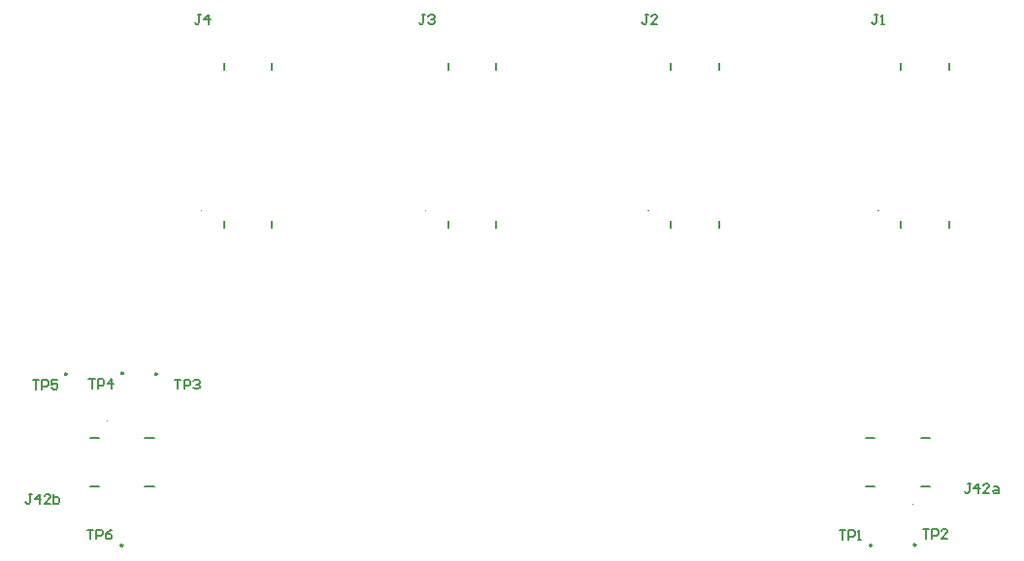
<source format=gto>
G04*
G04 #@! TF.GenerationSoftware,Altium Limited,Altium Designer,20.1.8 (145)*
G04*
G04 Layer_Color=52428*
%FSAX24Y24*%
%MOIN*%
G70*
G04*
G04 #@! TF.SameCoordinates,11B2BD8A-5282-4B5C-B75C-580E7C91704B*
G04*
G04*
G04 #@! TF.FilePolarity,Positive*
G04*
G01*
G75*
%ADD10C,0.0098*%
%ADD11C,0.0039*%
%ADD12C,0.0079*%
%ADD13C,0.0080*%
D10*
X004965Y010104D02*
G03*
X004965Y010104I-000029J000000D01*
G01*
X006887Y004215D02*
G03*
X006887Y004215I-000029J000000D01*
G01*
X006901Y010135D02*
G03*
X006901Y010135I-000029J000000D01*
G01*
X008069Y010104D02*
G03*
X008069Y010104I-000029J000000D01*
G01*
X032609Y004216D02*
G03*
X032609Y004216I-000029J000000D01*
G01*
X034119Y004236D02*
G03*
X034119Y004236I-000029J000000D01*
G01*
D11*
X032861Y015717D02*
G03*
X032821Y015717I-000020J000000D01*
G01*
D02*
G03*
X032861Y015717I000020J000000D01*
G01*
X024970D02*
G03*
X024931Y015717I-000020J000000D01*
G01*
D02*
G03*
X024970Y015717I000020J000000D01*
G01*
X017318D02*
G03*
X017278Y015717I-000020J000000D01*
G01*
D02*
G03*
X017318Y015717I000020J000000D01*
G01*
X009619D02*
G03*
X009579Y015717I-000020J000000D01*
G01*
D02*
G03*
X009619Y015717I000020J000000D01*
G01*
X034013Y005631D02*
G03*
X034013Y005670I000000J000020D01*
G01*
D02*
G03*
X034013Y005631I000000J-000020D01*
G01*
X006370Y008537D02*
G03*
X006370Y008497I000000J-000020D01*
G01*
D02*
G03*
X006370Y008537I000000J000020D01*
G01*
D12*
X033609Y015132D02*
Y015369D01*
X035262Y015132D02*
Y015369D01*
Y020566D02*
Y020802D01*
X033609Y020566D02*
Y020802D01*
X025718Y015132D02*
Y015369D01*
X027372Y015132D02*
Y015369D01*
Y020566D02*
Y020802D01*
X025718Y020566D02*
Y020802D01*
X018066Y015132D02*
Y015369D01*
X019719Y015132D02*
Y015369D01*
Y020566D02*
Y020802D01*
X018066Y020566D02*
Y020802D01*
X010367Y015132D02*
Y015369D01*
X012020Y015132D02*
Y015369D01*
Y020566D02*
Y020802D01*
X010367Y020566D02*
Y020802D01*
X032411Y006260D02*
X032726D01*
X032411Y007914D02*
X032726D01*
X034300D02*
X034615D01*
X034300Y006260D02*
X034615D01*
X007657Y007907D02*
X007972D01*
X007657Y006253D02*
X007972D01*
X005768D02*
X006083D01*
X005768Y007907D02*
X006083D01*
D13*
X005661Y004759D02*
X005875D01*
X005768D01*
Y004439D01*
X005981D02*
Y004759D01*
X006141D01*
X006194Y004705D01*
Y004599D01*
X006141Y004545D01*
X005981D01*
X006514Y004759D02*
X006408Y004705D01*
X006301Y004599D01*
Y004492D01*
X006354Y004439D01*
X006461D01*
X006514Y004492D01*
Y004545D01*
X006461Y004599D01*
X006301D01*
X003799Y009899D02*
X004013D01*
X003906D01*
Y009579D01*
X004119D02*
Y009899D01*
X004279D01*
X004333Y009845D01*
Y009739D01*
X004279Y009685D01*
X004119D01*
X004652Y009899D02*
X004439D01*
Y009739D01*
X004546Y009792D01*
X004599D01*
X004652Y009739D01*
Y009632D01*
X004599Y009579D01*
X004493D01*
X004439Y009632D01*
X005726Y009931D02*
X005939D01*
X005832D01*
Y009611D01*
X006046D02*
Y009931D01*
X006206D01*
X006259Y009878D01*
Y009771D01*
X006206Y009718D01*
X006046D01*
X006525Y009611D02*
Y009931D01*
X006365Y009771D01*
X006579D01*
X008673Y009920D02*
X008887D01*
X008780D01*
Y009600D01*
X008993D02*
Y009920D01*
X009153D01*
X009207Y009867D01*
Y009760D01*
X009153Y009707D01*
X008993D01*
X009313Y009867D02*
X009367Y009920D01*
X009473D01*
X009527Y009867D01*
Y009813D01*
X009473Y009760D01*
X009420D01*
X009473D01*
X009527Y009707D01*
Y009653D01*
X009473Y009600D01*
X009367D01*
X009313Y009653D01*
X034363Y004770D02*
X034577D01*
X034470D01*
Y004450D01*
X034683D02*
Y004770D01*
X034843D01*
X034897Y004717D01*
Y004610D01*
X034843Y004557D01*
X034683D01*
X035217Y004450D02*
X035003D01*
X035217Y004663D01*
Y004717D01*
X035163Y004770D01*
X035057D01*
X035003Y004717D01*
X031497Y004740D02*
X031710D01*
X031603D01*
Y004420D01*
X031817D02*
Y004740D01*
X031977D01*
X032030Y004687D01*
Y004580D01*
X031977Y004527D01*
X031817D01*
X032137Y004420D02*
X032243D01*
X032190D01*
Y004740D01*
X032137Y004687D01*
X009573Y022480D02*
X009467D01*
X009520D01*
Y022213D01*
X009467Y022160D01*
X009413D01*
X009360Y022213D01*
X009840Y022160D02*
Y022480D01*
X009680Y022320D01*
X009893D01*
X017273Y022480D02*
X017167D01*
X017220D01*
Y022213D01*
X017167Y022160D01*
X017113D01*
X017060Y022213D01*
X017380Y022427D02*
X017433Y022480D01*
X017540D01*
X017593Y022427D01*
Y022373D01*
X017540Y022320D01*
X017487D01*
X017540D01*
X017593Y022267D01*
Y022213D01*
X017540Y022160D01*
X017433D01*
X017380Y022213D01*
X024933Y022480D02*
X024827D01*
X024880D01*
Y022213D01*
X024827Y022160D01*
X024773D01*
X024720Y022213D01*
X025253Y022160D02*
X025040D01*
X025253Y022373D01*
Y022427D01*
X025200Y022480D01*
X025093D01*
X025040Y022427D01*
X032823Y022480D02*
X032717D01*
X032770D01*
Y022213D01*
X032717Y022160D01*
X032663D01*
X032610Y022213D01*
X032930Y022160D02*
X033037D01*
X032983D01*
Y022480D01*
X032930Y022427D01*
X036017Y006340D02*
X035910D01*
X035963D01*
Y006073D01*
X035910Y006020D01*
X035857D01*
X035804Y006073D01*
X036283Y006020D02*
Y006340D01*
X036123Y006180D01*
X036337D01*
X036657Y006020D02*
X036443D01*
X036657Y006233D01*
Y006287D01*
X036603Y006340D01*
X036497D01*
X036443Y006287D01*
X036817Y006233D02*
X036923D01*
X036976Y006180D01*
Y006020D01*
X036817D01*
X036763Y006073D01*
X036817Y006127D01*
X036976D01*
X003767Y005980D02*
X003660D01*
X003713D01*
Y005713D01*
X003660Y005660D01*
X003607D01*
X003554Y005713D01*
X004033Y005660D02*
Y005980D01*
X003873Y005820D01*
X004087D01*
X004407Y005660D02*
X004193D01*
X004407Y005873D01*
Y005927D01*
X004353Y005980D01*
X004247D01*
X004193Y005927D01*
X004513Y005980D02*
Y005660D01*
X004673D01*
X004726Y005713D01*
Y005767D01*
Y005820D01*
X004673Y005873D01*
X004513D01*
M02*

</source>
